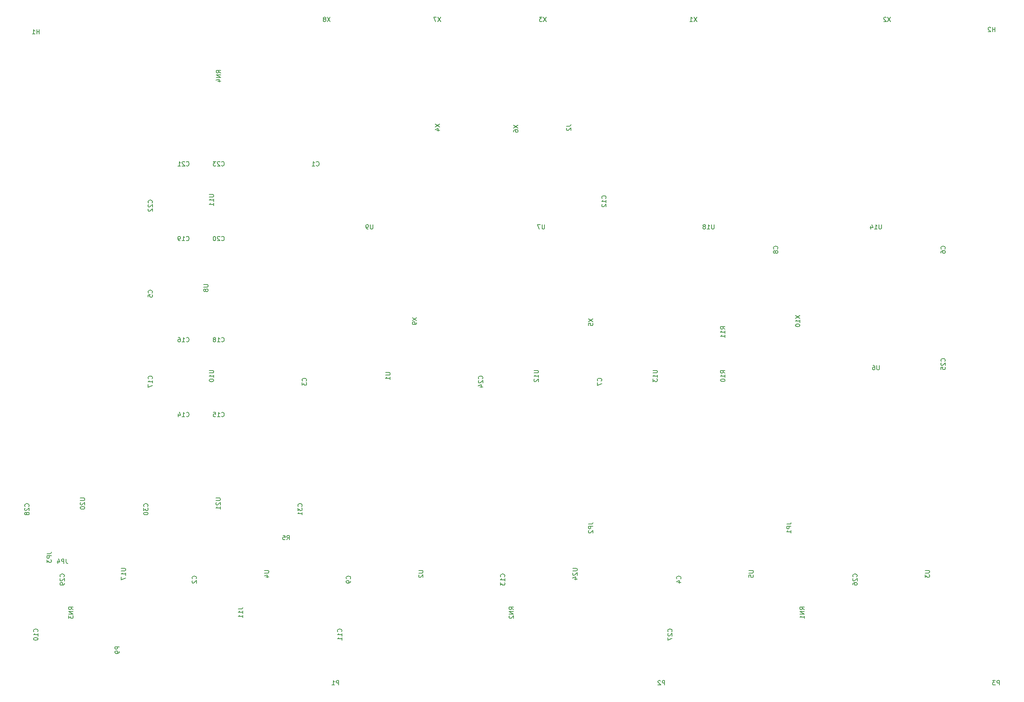
<source format=gbr>
%TF.GenerationSoftware,KiCad,Pcbnew,(6.0.11)*%
%TF.CreationDate,2023-11-10T18:54:06-05:00*%
%TF.ProjectId,input-output.Zilog,696e7075-742d-46f7-9574-7075742e5a69,rev?*%
%TF.SameCoordinates,Original*%
%TF.FileFunction,Legend,Bot*%
%TF.FilePolarity,Positive*%
%FSLAX46Y46*%
G04 Gerber Fmt 4.6, Leading zero omitted, Abs format (unit mm)*
G04 Created by KiCad (PCBNEW (6.0.11)) date 2023-11-10 18:54:06*
%MOMM*%
%LPD*%
G01*
G04 APERTURE LIST*
%ADD10C,0.150000*%
G04 APERTURE END LIST*
D10*
%TO.C,P1*%
X112738095Y-226452380D02*
X112738095Y-225452380D01*
X112357142Y-225452380D01*
X112261904Y-225500000D01*
X112214285Y-225547619D01*
X112166666Y-225642857D01*
X112166666Y-225785714D01*
X112214285Y-225880952D01*
X112261904Y-225928571D01*
X112357142Y-225976190D01*
X112738095Y-225976190D01*
X111214285Y-226452380D02*
X111785714Y-226452380D01*
X111500000Y-226452380D02*
X111500000Y-225452380D01*
X111595238Y-225595238D01*
X111690476Y-225690476D01*
X111785714Y-225738095D01*
%TO.C,H1*%
X44761904Y-78452380D02*
X44761904Y-77452380D01*
X44761904Y-77928571D02*
X44190476Y-77928571D01*
X44190476Y-78452380D02*
X44190476Y-77452380D01*
X43190476Y-78452380D02*
X43761904Y-78452380D01*
X43476190Y-78452380D02*
X43476190Y-77452380D01*
X43571428Y-77595238D01*
X43666666Y-77690476D01*
X43761904Y-77738095D01*
%TO.C,P3*%
X262738095Y-226452380D02*
X262738095Y-225452380D01*
X262357142Y-225452380D01*
X262261904Y-225500000D01*
X262214285Y-225547619D01*
X262166666Y-225642857D01*
X262166666Y-225785714D01*
X262214285Y-225880952D01*
X262261904Y-225928571D01*
X262357142Y-225976190D01*
X262738095Y-225976190D01*
X261833333Y-225452380D02*
X261214285Y-225452380D01*
X261547619Y-225833333D01*
X261404761Y-225833333D01*
X261309523Y-225880952D01*
X261261904Y-225928571D01*
X261214285Y-226023809D01*
X261214285Y-226261904D01*
X261261904Y-226357142D01*
X261309523Y-226404761D01*
X261404761Y-226452380D01*
X261690476Y-226452380D01*
X261785714Y-226404761D01*
X261833333Y-226357142D01*
%TO.C,P2*%
X186738095Y-226452380D02*
X186738095Y-225452380D01*
X186357142Y-225452380D01*
X186261904Y-225500000D01*
X186214285Y-225547619D01*
X186166666Y-225642857D01*
X186166666Y-225785714D01*
X186214285Y-225880952D01*
X186261904Y-225928571D01*
X186357142Y-225976190D01*
X186738095Y-225976190D01*
X185785714Y-225547619D02*
X185738095Y-225500000D01*
X185642857Y-225452380D01*
X185404761Y-225452380D01*
X185309523Y-225500000D01*
X185261904Y-225547619D01*
X185214285Y-225642857D01*
X185214285Y-225738095D01*
X185261904Y-225880952D01*
X185833333Y-226452380D01*
X185214285Y-226452380D01*
%TO.C,C1*%
X107666666Y-108357142D02*
X107714285Y-108404761D01*
X107857142Y-108452380D01*
X107952380Y-108452380D01*
X108095238Y-108404761D01*
X108190476Y-108309523D01*
X108238095Y-108214285D01*
X108285714Y-108023809D01*
X108285714Y-107880952D01*
X108238095Y-107690476D01*
X108190476Y-107595238D01*
X108095238Y-107500000D01*
X107952380Y-107452380D01*
X107857142Y-107452380D01*
X107714285Y-107500000D01*
X107666666Y-107547619D01*
X106714285Y-108452380D02*
X107285714Y-108452380D01*
X107000000Y-108452380D02*
X107000000Y-107452380D01*
X107095238Y-107595238D01*
X107190476Y-107690476D01*
X107285714Y-107738095D01*
%TO.C,H2*%
X261761904Y-77952380D02*
X261761904Y-76952380D01*
X261761904Y-77428571D02*
X261190476Y-77428571D01*
X261190476Y-77952380D02*
X261190476Y-76952380D01*
X260761904Y-77047619D02*
X260714285Y-77000000D01*
X260619047Y-76952380D01*
X260380952Y-76952380D01*
X260285714Y-77000000D01*
X260238095Y-77047619D01*
X260190476Y-77142857D01*
X260190476Y-77238095D01*
X260238095Y-77380952D01*
X260809523Y-77952380D01*
X260190476Y-77952380D01*
%TO.C,JP2*%
X169452380Y-189896666D02*
X170166666Y-189896666D01*
X170309523Y-189849047D01*
X170404761Y-189753809D01*
X170452380Y-189610952D01*
X170452380Y-189515714D01*
X170452380Y-190372857D02*
X169452380Y-190372857D01*
X169452380Y-190753809D01*
X169500000Y-190849047D01*
X169547619Y-190896666D01*
X169642857Y-190944285D01*
X169785714Y-190944285D01*
X169880952Y-190896666D01*
X169928571Y-190849047D01*
X169976190Y-190753809D01*
X169976190Y-190372857D01*
X169547619Y-191325238D02*
X169500000Y-191372857D01*
X169452380Y-191468095D01*
X169452380Y-191706190D01*
X169500000Y-191801428D01*
X169547619Y-191849047D01*
X169642857Y-191896666D01*
X169738095Y-191896666D01*
X169880952Y-191849047D01*
X170452380Y-191277619D01*
X170452380Y-191896666D01*
%TO.C,RN2*%
X152452380Y-209309523D02*
X151976190Y-208976190D01*
X152452380Y-208738095D02*
X151452380Y-208738095D01*
X151452380Y-209119047D01*
X151500000Y-209214285D01*
X151547619Y-209261904D01*
X151642857Y-209309523D01*
X151785714Y-209309523D01*
X151880952Y-209261904D01*
X151928571Y-209214285D01*
X151976190Y-209119047D01*
X151976190Y-208738095D01*
X152452380Y-209738095D02*
X151452380Y-209738095D01*
X152452380Y-210309523D01*
X151452380Y-210309523D01*
X151547619Y-210738095D02*
X151500000Y-210785714D01*
X151452380Y-210880952D01*
X151452380Y-211119047D01*
X151500000Y-211214285D01*
X151547619Y-211261904D01*
X151642857Y-211309523D01*
X151738095Y-211309523D01*
X151880952Y-211261904D01*
X152452380Y-210690476D01*
X152452380Y-211309523D01*
%TO.C,U24*%
X165882380Y-199951904D02*
X166691904Y-199951904D01*
X166787142Y-199999523D01*
X166834761Y-200047142D01*
X166882380Y-200142380D01*
X166882380Y-200332857D01*
X166834761Y-200428095D01*
X166787142Y-200475714D01*
X166691904Y-200523333D01*
X165882380Y-200523333D01*
X165977619Y-200951904D02*
X165930000Y-200999523D01*
X165882380Y-201094761D01*
X165882380Y-201332857D01*
X165930000Y-201428095D01*
X165977619Y-201475714D01*
X166072857Y-201523333D01*
X166168095Y-201523333D01*
X166310952Y-201475714D01*
X166882380Y-200904285D01*
X166882380Y-201523333D01*
X166215714Y-202380476D02*
X166882380Y-202380476D01*
X165834761Y-202142380D02*
X166549047Y-201904285D01*
X166549047Y-202523333D01*
%TO.C,C2*%
X80357142Y-202333333D02*
X80404761Y-202285714D01*
X80452380Y-202142857D01*
X80452380Y-202047619D01*
X80404761Y-201904761D01*
X80309523Y-201809523D01*
X80214285Y-201761904D01*
X80023809Y-201714285D01*
X79880952Y-201714285D01*
X79690476Y-201761904D01*
X79595238Y-201809523D01*
X79500000Y-201904761D01*
X79452380Y-202047619D01*
X79452380Y-202142857D01*
X79500000Y-202285714D01*
X79547619Y-202333333D01*
X79547619Y-202714285D02*
X79500000Y-202761904D01*
X79452380Y-202857142D01*
X79452380Y-203095238D01*
X79500000Y-203190476D01*
X79547619Y-203238095D01*
X79642857Y-203285714D01*
X79738095Y-203285714D01*
X79880952Y-203238095D01*
X80452380Y-202666666D01*
X80452380Y-203285714D01*
%TO.C,C3*%
X105357142Y-157333333D02*
X105404761Y-157285714D01*
X105452380Y-157142857D01*
X105452380Y-157047619D01*
X105404761Y-156904761D01*
X105309523Y-156809523D01*
X105214285Y-156761904D01*
X105023809Y-156714285D01*
X104880952Y-156714285D01*
X104690476Y-156761904D01*
X104595238Y-156809523D01*
X104500000Y-156904761D01*
X104452380Y-157047619D01*
X104452380Y-157142857D01*
X104500000Y-157285714D01*
X104547619Y-157333333D01*
X104452380Y-157666666D02*
X104452380Y-158285714D01*
X104833333Y-157952380D01*
X104833333Y-158095238D01*
X104880952Y-158190476D01*
X104928571Y-158238095D01*
X105023809Y-158285714D01*
X105261904Y-158285714D01*
X105357142Y-158238095D01*
X105404761Y-158190476D01*
X105452380Y-158095238D01*
X105452380Y-157809523D01*
X105404761Y-157714285D01*
X105357142Y-157666666D01*
%TO.C,C7*%
X172357142Y-157333333D02*
X172404761Y-157285714D01*
X172452380Y-157142857D01*
X172452380Y-157047619D01*
X172404761Y-156904761D01*
X172309523Y-156809523D01*
X172214285Y-156761904D01*
X172023809Y-156714285D01*
X171880952Y-156714285D01*
X171690476Y-156761904D01*
X171595238Y-156809523D01*
X171500000Y-156904761D01*
X171452380Y-157047619D01*
X171452380Y-157142857D01*
X171500000Y-157285714D01*
X171547619Y-157333333D01*
X171452380Y-157666666D02*
X171452380Y-158333333D01*
X172452380Y-157904761D01*
%TO.C,C8*%
X212357142Y-127333333D02*
X212404761Y-127285714D01*
X212452380Y-127142857D01*
X212452380Y-127047619D01*
X212404761Y-126904761D01*
X212309523Y-126809523D01*
X212214285Y-126761904D01*
X212023809Y-126714285D01*
X211880952Y-126714285D01*
X211690476Y-126761904D01*
X211595238Y-126809523D01*
X211500000Y-126904761D01*
X211452380Y-127047619D01*
X211452380Y-127142857D01*
X211500000Y-127285714D01*
X211547619Y-127333333D01*
X211880952Y-127904761D02*
X211833333Y-127809523D01*
X211785714Y-127761904D01*
X211690476Y-127714285D01*
X211642857Y-127714285D01*
X211547619Y-127761904D01*
X211500000Y-127809523D01*
X211452380Y-127904761D01*
X211452380Y-128095238D01*
X211500000Y-128190476D01*
X211547619Y-128238095D01*
X211642857Y-128285714D01*
X211690476Y-128285714D01*
X211785714Y-128238095D01*
X211833333Y-128190476D01*
X211880952Y-128095238D01*
X211880952Y-127904761D01*
X211928571Y-127809523D01*
X211976190Y-127761904D01*
X212071428Y-127714285D01*
X212261904Y-127714285D01*
X212357142Y-127761904D01*
X212404761Y-127809523D01*
X212452380Y-127904761D01*
X212452380Y-128095238D01*
X212404761Y-128190476D01*
X212357142Y-128238095D01*
X212261904Y-128285714D01*
X212071428Y-128285714D01*
X211976190Y-128238095D01*
X211928571Y-128190476D01*
X211880952Y-128095238D01*
%TO.C,C10*%
X44357142Y-214357142D02*
X44404761Y-214309523D01*
X44452380Y-214166666D01*
X44452380Y-214071428D01*
X44404761Y-213928571D01*
X44309523Y-213833333D01*
X44214285Y-213785714D01*
X44023809Y-213738095D01*
X43880952Y-213738095D01*
X43690476Y-213785714D01*
X43595238Y-213833333D01*
X43500000Y-213928571D01*
X43452380Y-214071428D01*
X43452380Y-214166666D01*
X43500000Y-214309523D01*
X43547619Y-214357142D01*
X44452380Y-215309523D02*
X44452380Y-214738095D01*
X44452380Y-215023809D02*
X43452380Y-215023809D01*
X43595238Y-214928571D01*
X43690476Y-214833333D01*
X43738095Y-214738095D01*
X43452380Y-215928571D02*
X43452380Y-216023809D01*
X43500000Y-216119047D01*
X43547619Y-216166666D01*
X43642857Y-216214285D01*
X43833333Y-216261904D01*
X44071428Y-216261904D01*
X44261904Y-216214285D01*
X44357142Y-216166666D01*
X44404761Y-216119047D01*
X44452380Y-216023809D01*
X44452380Y-215928571D01*
X44404761Y-215833333D01*
X44357142Y-215785714D01*
X44261904Y-215738095D01*
X44071428Y-215690476D01*
X43833333Y-215690476D01*
X43642857Y-215738095D01*
X43547619Y-215785714D01*
X43500000Y-215833333D01*
X43452380Y-215928571D01*
%TO.C,C11*%
X113357142Y-214357142D02*
X113404761Y-214309523D01*
X113452380Y-214166666D01*
X113452380Y-214071428D01*
X113404761Y-213928571D01*
X113309523Y-213833333D01*
X113214285Y-213785714D01*
X113023809Y-213738095D01*
X112880952Y-213738095D01*
X112690476Y-213785714D01*
X112595238Y-213833333D01*
X112500000Y-213928571D01*
X112452380Y-214071428D01*
X112452380Y-214166666D01*
X112500000Y-214309523D01*
X112547619Y-214357142D01*
X113452380Y-215309523D02*
X113452380Y-214738095D01*
X113452380Y-215023809D02*
X112452380Y-215023809D01*
X112595238Y-214928571D01*
X112690476Y-214833333D01*
X112738095Y-214738095D01*
X113452380Y-216261904D02*
X113452380Y-215690476D01*
X113452380Y-215976190D02*
X112452380Y-215976190D01*
X112595238Y-215880952D01*
X112690476Y-215785714D01*
X112738095Y-215690476D01*
%TO.C,C12*%
X173357142Y-115857142D02*
X173404761Y-115809523D01*
X173452380Y-115666666D01*
X173452380Y-115571428D01*
X173404761Y-115428571D01*
X173309523Y-115333333D01*
X173214285Y-115285714D01*
X173023809Y-115238095D01*
X172880952Y-115238095D01*
X172690476Y-115285714D01*
X172595238Y-115333333D01*
X172500000Y-115428571D01*
X172452380Y-115571428D01*
X172452380Y-115666666D01*
X172500000Y-115809523D01*
X172547619Y-115857142D01*
X173452380Y-116809523D02*
X173452380Y-116238095D01*
X173452380Y-116523809D02*
X172452380Y-116523809D01*
X172595238Y-116428571D01*
X172690476Y-116333333D01*
X172738095Y-116238095D01*
X172547619Y-117190476D02*
X172500000Y-117238095D01*
X172452380Y-117333333D01*
X172452380Y-117571428D01*
X172500000Y-117666666D01*
X172547619Y-117714285D01*
X172642857Y-117761904D01*
X172738095Y-117761904D01*
X172880952Y-117714285D01*
X173452380Y-117142857D01*
X173452380Y-117761904D01*
%TO.C,C13*%
X150357142Y-201857142D02*
X150404761Y-201809523D01*
X150452380Y-201666666D01*
X150452380Y-201571428D01*
X150404761Y-201428571D01*
X150309523Y-201333333D01*
X150214285Y-201285714D01*
X150023809Y-201238095D01*
X149880952Y-201238095D01*
X149690476Y-201285714D01*
X149595238Y-201333333D01*
X149500000Y-201428571D01*
X149452380Y-201571428D01*
X149452380Y-201666666D01*
X149500000Y-201809523D01*
X149547619Y-201857142D01*
X150452380Y-202809523D02*
X150452380Y-202238095D01*
X150452380Y-202523809D02*
X149452380Y-202523809D01*
X149595238Y-202428571D01*
X149690476Y-202333333D01*
X149738095Y-202238095D01*
X149452380Y-203142857D02*
X149452380Y-203761904D01*
X149833333Y-203428571D01*
X149833333Y-203571428D01*
X149880952Y-203666666D01*
X149928571Y-203714285D01*
X150023809Y-203761904D01*
X150261904Y-203761904D01*
X150357142Y-203714285D01*
X150404761Y-203666666D01*
X150452380Y-203571428D01*
X150452380Y-203285714D01*
X150404761Y-203190476D01*
X150357142Y-203142857D01*
%TO.C,C24*%
X145357142Y-156857142D02*
X145404761Y-156809523D01*
X145452380Y-156666666D01*
X145452380Y-156571428D01*
X145404761Y-156428571D01*
X145309523Y-156333333D01*
X145214285Y-156285714D01*
X145023809Y-156238095D01*
X144880952Y-156238095D01*
X144690476Y-156285714D01*
X144595238Y-156333333D01*
X144500000Y-156428571D01*
X144452380Y-156571428D01*
X144452380Y-156666666D01*
X144500000Y-156809523D01*
X144547619Y-156857142D01*
X144547619Y-157238095D02*
X144500000Y-157285714D01*
X144452380Y-157380952D01*
X144452380Y-157619047D01*
X144500000Y-157714285D01*
X144547619Y-157761904D01*
X144642857Y-157809523D01*
X144738095Y-157809523D01*
X144880952Y-157761904D01*
X145452380Y-157190476D01*
X145452380Y-157809523D01*
X144785714Y-158666666D02*
X145452380Y-158666666D01*
X144404761Y-158428571D02*
X145119047Y-158190476D01*
X145119047Y-158809523D01*
%TO.C,J2*%
X164452380Y-99396666D02*
X165166666Y-99396666D01*
X165309523Y-99349047D01*
X165404761Y-99253809D01*
X165452380Y-99110952D01*
X165452380Y-99015714D01*
X164547619Y-99825238D02*
X164500000Y-99872857D01*
X164452380Y-99968095D01*
X164452380Y-100206190D01*
X164500000Y-100301428D01*
X164547619Y-100349047D01*
X164642857Y-100396666D01*
X164738095Y-100396666D01*
X164880952Y-100349047D01*
X165452380Y-99777619D01*
X165452380Y-100396666D01*
%TO.C,X8*%
X110809523Y-74622380D02*
X110142857Y-75622380D01*
X110142857Y-74622380D02*
X110809523Y-75622380D01*
X109619047Y-75050952D02*
X109714285Y-75003333D01*
X109761904Y-74955714D01*
X109809523Y-74860476D01*
X109809523Y-74812857D01*
X109761904Y-74717619D01*
X109714285Y-74670000D01*
X109619047Y-74622380D01*
X109428571Y-74622380D01*
X109333333Y-74670000D01*
X109285714Y-74717619D01*
X109238095Y-74812857D01*
X109238095Y-74860476D01*
X109285714Y-74955714D01*
X109333333Y-75003333D01*
X109428571Y-75050952D01*
X109619047Y-75050952D01*
X109714285Y-75098571D01*
X109761904Y-75146190D01*
X109809523Y-75241428D01*
X109809523Y-75431904D01*
X109761904Y-75527142D01*
X109714285Y-75574761D01*
X109619047Y-75622380D01*
X109428571Y-75622380D01*
X109333333Y-75574761D01*
X109285714Y-75527142D01*
X109238095Y-75431904D01*
X109238095Y-75241428D01*
X109285714Y-75146190D01*
X109333333Y-75098571D01*
X109428571Y-75050952D01*
%TO.C,X5*%
X169452380Y-143190476D02*
X170452380Y-143857142D01*
X169452380Y-143857142D02*
X170452380Y-143190476D01*
X169452380Y-144714285D02*
X169452380Y-144238095D01*
X169928571Y-144190476D01*
X169880952Y-144238095D01*
X169833333Y-144333333D01*
X169833333Y-144571428D01*
X169880952Y-144666666D01*
X169928571Y-144714285D01*
X170023809Y-144761904D01*
X170261904Y-144761904D01*
X170357142Y-144714285D01*
X170404761Y-144666666D01*
X170452380Y-144571428D01*
X170452380Y-144333333D01*
X170404761Y-144238095D01*
X170357142Y-144190476D01*
%TO.C,R10*%
X200452380Y-155547142D02*
X199976190Y-155213809D01*
X200452380Y-154975714D02*
X199452380Y-154975714D01*
X199452380Y-155356666D01*
X199500000Y-155451904D01*
X199547619Y-155499523D01*
X199642857Y-155547142D01*
X199785714Y-155547142D01*
X199880952Y-155499523D01*
X199928571Y-155451904D01*
X199976190Y-155356666D01*
X199976190Y-154975714D01*
X200452380Y-156499523D02*
X200452380Y-155928095D01*
X200452380Y-156213809D02*
X199452380Y-156213809D01*
X199595238Y-156118571D01*
X199690476Y-156023333D01*
X199738095Y-155928095D01*
X199452380Y-157118571D02*
X199452380Y-157213809D01*
X199500000Y-157309047D01*
X199547619Y-157356666D01*
X199642857Y-157404285D01*
X199833333Y-157451904D01*
X200071428Y-157451904D01*
X200261904Y-157404285D01*
X200357142Y-157356666D01*
X200404761Y-157309047D01*
X200452380Y-157213809D01*
X200452380Y-157118571D01*
X200404761Y-157023333D01*
X200357142Y-156975714D01*
X200261904Y-156928095D01*
X200071428Y-156880476D01*
X199833333Y-156880476D01*
X199642857Y-156928095D01*
X199547619Y-156975714D01*
X199500000Y-157023333D01*
X199452380Y-157118571D01*
%TO.C,R11*%
X200452380Y-145547142D02*
X199976190Y-145213809D01*
X200452380Y-144975714D02*
X199452380Y-144975714D01*
X199452380Y-145356666D01*
X199500000Y-145451904D01*
X199547619Y-145499523D01*
X199642857Y-145547142D01*
X199785714Y-145547142D01*
X199880952Y-145499523D01*
X199928571Y-145451904D01*
X199976190Y-145356666D01*
X199976190Y-144975714D01*
X200452380Y-146499523D02*
X200452380Y-145928095D01*
X200452380Y-146213809D02*
X199452380Y-146213809D01*
X199595238Y-146118571D01*
X199690476Y-146023333D01*
X199738095Y-145928095D01*
X200452380Y-147451904D02*
X200452380Y-146880476D01*
X200452380Y-147166190D02*
X199452380Y-147166190D01*
X199595238Y-147070952D01*
X199690476Y-146975714D01*
X199738095Y-146880476D01*
%TO.C,U2*%
X130882380Y-200428095D02*
X131691904Y-200428095D01*
X131787142Y-200475714D01*
X131834761Y-200523333D01*
X131882380Y-200618571D01*
X131882380Y-200809047D01*
X131834761Y-200904285D01*
X131787142Y-200951904D01*
X131691904Y-200999523D01*
X130882380Y-200999523D01*
X130977619Y-201428095D02*
X130930000Y-201475714D01*
X130882380Y-201570952D01*
X130882380Y-201809047D01*
X130930000Y-201904285D01*
X130977619Y-201951904D01*
X131072857Y-201999523D01*
X131168095Y-201999523D01*
X131310952Y-201951904D01*
X131882380Y-201380476D01*
X131882380Y-201999523D01*
%TO.C,U3*%
X245882380Y-200428095D02*
X246691904Y-200428095D01*
X246787142Y-200475714D01*
X246834761Y-200523333D01*
X246882380Y-200618571D01*
X246882380Y-200809047D01*
X246834761Y-200904285D01*
X246787142Y-200951904D01*
X246691904Y-200999523D01*
X245882380Y-200999523D01*
X245882380Y-201380476D02*
X245882380Y-201999523D01*
X246263333Y-201666190D01*
X246263333Y-201809047D01*
X246310952Y-201904285D01*
X246358571Y-201951904D01*
X246453809Y-201999523D01*
X246691904Y-201999523D01*
X246787142Y-201951904D01*
X246834761Y-201904285D01*
X246882380Y-201809047D01*
X246882380Y-201523333D01*
X246834761Y-201428095D01*
X246787142Y-201380476D01*
%TO.C,U8*%
X82072380Y-135428095D02*
X82881904Y-135428095D01*
X82977142Y-135475714D01*
X83024761Y-135523333D01*
X83072380Y-135618571D01*
X83072380Y-135809047D01*
X83024761Y-135904285D01*
X82977142Y-135951904D01*
X82881904Y-135999523D01*
X82072380Y-135999523D01*
X82500952Y-136618571D02*
X82453333Y-136523333D01*
X82405714Y-136475714D01*
X82310476Y-136428095D01*
X82262857Y-136428095D01*
X82167619Y-136475714D01*
X82120000Y-136523333D01*
X82072380Y-136618571D01*
X82072380Y-136809047D01*
X82120000Y-136904285D01*
X82167619Y-136951904D01*
X82262857Y-136999523D01*
X82310476Y-136999523D01*
X82405714Y-136951904D01*
X82453333Y-136904285D01*
X82500952Y-136809047D01*
X82500952Y-136618571D01*
X82548571Y-136523333D01*
X82596190Y-136475714D01*
X82691428Y-136428095D01*
X82881904Y-136428095D01*
X82977142Y-136475714D01*
X83024761Y-136523333D01*
X83072380Y-136618571D01*
X83072380Y-136809047D01*
X83024761Y-136904285D01*
X82977142Y-136951904D01*
X82881904Y-136999523D01*
X82691428Y-136999523D01*
X82596190Y-136951904D01*
X82548571Y-136904285D01*
X82500952Y-136809047D01*
%TO.C,U14*%
X235968095Y-121802380D02*
X235968095Y-122611904D01*
X235920476Y-122707142D01*
X235872857Y-122754761D01*
X235777619Y-122802380D01*
X235587142Y-122802380D01*
X235491904Y-122754761D01*
X235444285Y-122707142D01*
X235396666Y-122611904D01*
X235396666Y-121802380D01*
X234396666Y-122802380D02*
X234968095Y-122802380D01*
X234682380Y-122802380D02*
X234682380Y-121802380D01*
X234777619Y-121945238D01*
X234872857Y-122040476D01*
X234968095Y-122088095D01*
X233539523Y-122135714D02*
X233539523Y-122802380D01*
X233777619Y-121754761D02*
X234015714Y-122469047D01*
X233396666Y-122469047D01*
%TO.C,U18*%
X197968095Y-121802380D02*
X197968095Y-122611904D01*
X197920476Y-122707142D01*
X197872857Y-122754761D01*
X197777619Y-122802380D01*
X197587142Y-122802380D01*
X197491904Y-122754761D01*
X197444285Y-122707142D01*
X197396666Y-122611904D01*
X197396666Y-121802380D01*
X196396666Y-122802380D02*
X196968095Y-122802380D01*
X196682380Y-122802380D02*
X196682380Y-121802380D01*
X196777619Y-121945238D01*
X196872857Y-122040476D01*
X196968095Y-122088095D01*
X195825238Y-122230952D02*
X195920476Y-122183333D01*
X195968095Y-122135714D01*
X196015714Y-122040476D01*
X196015714Y-121992857D01*
X195968095Y-121897619D01*
X195920476Y-121850000D01*
X195825238Y-121802380D01*
X195634761Y-121802380D01*
X195539523Y-121850000D01*
X195491904Y-121897619D01*
X195444285Y-121992857D01*
X195444285Y-122040476D01*
X195491904Y-122135714D01*
X195539523Y-122183333D01*
X195634761Y-122230952D01*
X195825238Y-122230952D01*
X195920476Y-122278571D01*
X195968095Y-122326190D01*
X196015714Y-122421428D01*
X196015714Y-122611904D01*
X195968095Y-122707142D01*
X195920476Y-122754761D01*
X195825238Y-122802380D01*
X195634761Y-122802380D01*
X195539523Y-122754761D01*
X195491904Y-122707142D01*
X195444285Y-122611904D01*
X195444285Y-122421428D01*
X195491904Y-122326190D01*
X195539523Y-122278571D01*
X195634761Y-122230952D01*
%TO.C,X1*%
X194049523Y-74622380D02*
X193382857Y-75622380D01*
X193382857Y-74622380D02*
X194049523Y-75622380D01*
X192478095Y-75622380D02*
X193049523Y-75622380D01*
X192763809Y-75622380D02*
X192763809Y-74622380D01*
X192859047Y-74765238D01*
X192954285Y-74860476D01*
X193049523Y-74908095D01*
%TO.C,X2*%
X238049523Y-74622380D02*
X237382857Y-75622380D01*
X237382857Y-74622380D02*
X238049523Y-75622380D01*
X237049523Y-74717619D02*
X237001904Y-74670000D01*
X236906666Y-74622380D01*
X236668571Y-74622380D01*
X236573333Y-74670000D01*
X236525714Y-74717619D01*
X236478095Y-74812857D01*
X236478095Y-74908095D01*
X236525714Y-75050952D01*
X237097142Y-75622380D01*
X236478095Y-75622380D01*
%TO.C,X3*%
X159889523Y-74622380D02*
X159222857Y-75622380D01*
X159222857Y-74622380D02*
X159889523Y-75622380D01*
X158937142Y-74622380D02*
X158318095Y-74622380D01*
X158651428Y-75003333D01*
X158508571Y-75003333D01*
X158413333Y-75050952D01*
X158365714Y-75098571D01*
X158318095Y-75193809D01*
X158318095Y-75431904D01*
X158365714Y-75527142D01*
X158413333Y-75574761D01*
X158508571Y-75622380D01*
X158794285Y-75622380D01*
X158889523Y-75574761D01*
X158937142Y-75527142D01*
%TO.C,X4*%
X134672380Y-98920476D02*
X135672380Y-99587142D01*
X134672380Y-99587142D02*
X135672380Y-98920476D01*
X135005714Y-100396666D02*
X135672380Y-100396666D01*
X134624761Y-100158571D02*
X135339047Y-99920476D01*
X135339047Y-100539523D01*
%TO.C,X6*%
X152452380Y-99190476D02*
X153452380Y-99857142D01*
X152452380Y-99857142D02*
X153452380Y-99190476D01*
X152452380Y-100666666D02*
X152452380Y-100476190D01*
X152500000Y-100380952D01*
X152547619Y-100333333D01*
X152690476Y-100238095D01*
X152880952Y-100190476D01*
X153261904Y-100190476D01*
X153357142Y-100238095D01*
X153404761Y-100285714D01*
X153452380Y-100380952D01*
X153452380Y-100571428D01*
X153404761Y-100666666D01*
X153357142Y-100714285D01*
X153261904Y-100761904D01*
X153023809Y-100761904D01*
X152928571Y-100714285D01*
X152880952Y-100666666D01*
X152833333Y-100571428D01*
X152833333Y-100380952D01*
X152880952Y-100285714D01*
X152928571Y-100238095D01*
X153023809Y-100190476D01*
%TO.C,X7*%
X135889523Y-74622380D02*
X135222857Y-75622380D01*
X135222857Y-74622380D02*
X135889523Y-75622380D01*
X134937142Y-74622380D02*
X134270476Y-74622380D01*
X134699047Y-75622380D01*
%TO.C,U7*%
X159491904Y-121802380D02*
X159491904Y-122611904D01*
X159444285Y-122707142D01*
X159396666Y-122754761D01*
X159301428Y-122802380D01*
X159110952Y-122802380D01*
X159015714Y-122754761D01*
X158968095Y-122707142D01*
X158920476Y-122611904D01*
X158920476Y-121802380D01*
X158539523Y-121802380D02*
X157872857Y-121802380D01*
X158301428Y-122802380D01*
%TO.C,U4*%
X95882380Y-200428095D02*
X96691904Y-200428095D01*
X96787142Y-200475714D01*
X96834761Y-200523333D01*
X96882380Y-200618571D01*
X96882380Y-200809047D01*
X96834761Y-200904285D01*
X96787142Y-200951904D01*
X96691904Y-200999523D01*
X95882380Y-200999523D01*
X96215714Y-201904285D02*
X96882380Y-201904285D01*
X95834761Y-201666190D02*
X96549047Y-201428095D01*
X96549047Y-202047142D01*
%TO.C,C9*%
X115357142Y-202333333D02*
X115404761Y-202285714D01*
X115452380Y-202142857D01*
X115452380Y-202047619D01*
X115404761Y-201904761D01*
X115309523Y-201809523D01*
X115214285Y-201761904D01*
X115023809Y-201714285D01*
X114880952Y-201714285D01*
X114690476Y-201761904D01*
X114595238Y-201809523D01*
X114500000Y-201904761D01*
X114452380Y-202047619D01*
X114452380Y-202142857D01*
X114500000Y-202285714D01*
X114547619Y-202333333D01*
X115452380Y-202809523D02*
X115452380Y-203000000D01*
X115404761Y-203095238D01*
X115357142Y-203142857D01*
X115214285Y-203238095D01*
X115023809Y-203285714D01*
X114642857Y-203285714D01*
X114547619Y-203238095D01*
X114500000Y-203190476D01*
X114452380Y-203095238D01*
X114452380Y-202904761D01*
X114500000Y-202809523D01*
X114547619Y-202761904D01*
X114642857Y-202714285D01*
X114880952Y-202714285D01*
X114976190Y-202761904D01*
X115023809Y-202809523D01*
X115071428Y-202904761D01*
X115071428Y-203095238D01*
X115023809Y-203190476D01*
X114976190Y-203238095D01*
X114880952Y-203285714D01*
%TO.C,C18*%
X86142857Y-148357142D02*
X86190476Y-148404761D01*
X86333333Y-148452380D01*
X86428571Y-148452380D01*
X86571428Y-148404761D01*
X86666666Y-148309523D01*
X86714285Y-148214285D01*
X86761904Y-148023809D01*
X86761904Y-147880952D01*
X86714285Y-147690476D01*
X86666666Y-147595238D01*
X86571428Y-147500000D01*
X86428571Y-147452380D01*
X86333333Y-147452380D01*
X86190476Y-147500000D01*
X86142857Y-147547619D01*
X85190476Y-148452380D02*
X85761904Y-148452380D01*
X85476190Y-148452380D02*
X85476190Y-147452380D01*
X85571428Y-147595238D01*
X85666666Y-147690476D01*
X85761904Y-147738095D01*
X84619047Y-147880952D02*
X84714285Y-147833333D01*
X84761904Y-147785714D01*
X84809523Y-147690476D01*
X84809523Y-147642857D01*
X84761904Y-147547619D01*
X84714285Y-147500000D01*
X84619047Y-147452380D01*
X84428571Y-147452380D01*
X84333333Y-147500000D01*
X84285714Y-147547619D01*
X84238095Y-147642857D01*
X84238095Y-147690476D01*
X84285714Y-147785714D01*
X84333333Y-147833333D01*
X84428571Y-147880952D01*
X84619047Y-147880952D01*
X84714285Y-147928571D01*
X84761904Y-147976190D01*
X84809523Y-148071428D01*
X84809523Y-148261904D01*
X84761904Y-148357142D01*
X84714285Y-148404761D01*
X84619047Y-148452380D01*
X84428571Y-148452380D01*
X84333333Y-148404761D01*
X84285714Y-148357142D01*
X84238095Y-148261904D01*
X84238095Y-148071428D01*
X84285714Y-147976190D01*
X84333333Y-147928571D01*
X84428571Y-147880952D01*
%TO.C,C16*%
X78142857Y-148357142D02*
X78190476Y-148404761D01*
X78333333Y-148452380D01*
X78428571Y-148452380D01*
X78571428Y-148404761D01*
X78666666Y-148309523D01*
X78714285Y-148214285D01*
X78761904Y-148023809D01*
X78761904Y-147880952D01*
X78714285Y-147690476D01*
X78666666Y-147595238D01*
X78571428Y-147500000D01*
X78428571Y-147452380D01*
X78333333Y-147452380D01*
X78190476Y-147500000D01*
X78142857Y-147547619D01*
X77190476Y-148452380D02*
X77761904Y-148452380D01*
X77476190Y-148452380D02*
X77476190Y-147452380D01*
X77571428Y-147595238D01*
X77666666Y-147690476D01*
X77761904Y-147738095D01*
X76333333Y-147452380D02*
X76523809Y-147452380D01*
X76619047Y-147500000D01*
X76666666Y-147547619D01*
X76761904Y-147690476D01*
X76809523Y-147880952D01*
X76809523Y-148261904D01*
X76761904Y-148357142D01*
X76714285Y-148404761D01*
X76619047Y-148452380D01*
X76428571Y-148452380D01*
X76333333Y-148404761D01*
X76285714Y-148357142D01*
X76238095Y-148261904D01*
X76238095Y-148023809D01*
X76285714Y-147928571D01*
X76333333Y-147880952D01*
X76428571Y-147833333D01*
X76619047Y-147833333D01*
X76714285Y-147880952D01*
X76761904Y-147928571D01*
X76809523Y-148023809D01*
%TO.C,C14*%
X78142857Y-165357142D02*
X78190476Y-165404761D01*
X78333333Y-165452380D01*
X78428571Y-165452380D01*
X78571428Y-165404761D01*
X78666666Y-165309523D01*
X78714285Y-165214285D01*
X78761904Y-165023809D01*
X78761904Y-164880952D01*
X78714285Y-164690476D01*
X78666666Y-164595238D01*
X78571428Y-164500000D01*
X78428571Y-164452380D01*
X78333333Y-164452380D01*
X78190476Y-164500000D01*
X78142857Y-164547619D01*
X77190476Y-165452380D02*
X77761904Y-165452380D01*
X77476190Y-165452380D02*
X77476190Y-164452380D01*
X77571428Y-164595238D01*
X77666666Y-164690476D01*
X77761904Y-164738095D01*
X76333333Y-164785714D02*
X76333333Y-165452380D01*
X76571428Y-164404761D02*
X76809523Y-165119047D01*
X76190476Y-165119047D01*
%TO.C,C17*%
X70357142Y-156857142D02*
X70404761Y-156809523D01*
X70452380Y-156666666D01*
X70452380Y-156571428D01*
X70404761Y-156428571D01*
X70309523Y-156333333D01*
X70214285Y-156285714D01*
X70023809Y-156238095D01*
X69880952Y-156238095D01*
X69690476Y-156285714D01*
X69595238Y-156333333D01*
X69500000Y-156428571D01*
X69452380Y-156571428D01*
X69452380Y-156666666D01*
X69500000Y-156809523D01*
X69547619Y-156857142D01*
X70452380Y-157809523D02*
X70452380Y-157238095D01*
X70452380Y-157523809D02*
X69452380Y-157523809D01*
X69595238Y-157428571D01*
X69690476Y-157333333D01*
X69738095Y-157238095D01*
X69452380Y-158142857D02*
X69452380Y-158809523D01*
X70452380Y-158380952D01*
%TO.C,C19*%
X78142857Y-125357142D02*
X78190476Y-125404761D01*
X78333333Y-125452380D01*
X78428571Y-125452380D01*
X78571428Y-125404761D01*
X78666666Y-125309523D01*
X78714285Y-125214285D01*
X78761904Y-125023809D01*
X78761904Y-124880952D01*
X78714285Y-124690476D01*
X78666666Y-124595238D01*
X78571428Y-124500000D01*
X78428571Y-124452380D01*
X78333333Y-124452380D01*
X78190476Y-124500000D01*
X78142857Y-124547619D01*
X77190476Y-125452380D02*
X77761904Y-125452380D01*
X77476190Y-125452380D02*
X77476190Y-124452380D01*
X77571428Y-124595238D01*
X77666666Y-124690476D01*
X77761904Y-124738095D01*
X76714285Y-125452380D02*
X76523809Y-125452380D01*
X76428571Y-125404761D01*
X76380952Y-125357142D01*
X76285714Y-125214285D01*
X76238095Y-125023809D01*
X76238095Y-124642857D01*
X76285714Y-124547619D01*
X76333333Y-124500000D01*
X76428571Y-124452380D01*
X76619047Y-124452380D01*
X76714285Y-124500000D01*
X76761904Y-124547619D01*
X76809523Y-124642857D01*
X76809523Y-124880952D01*
X76761904Y-124976190D01*
X76714285Y-125023809D01*
X76619047Y-125071428D01*
X76428571Y-125071428D01*
X76333333Y-125023809D01*
X76285714Y-124976190D01*
X76238095Y-124880952D01*
%TO.C,C20*%
X86142857Y-125357142D02*
X86190476Y-125404761D01*
X86333333Y-125452380D01*
X86428571Y-125452380D01*
X86571428Y-125404761D01*
X86666666Y-125309523D01*
X86714285Y-125214285D01*
X86761904Y-125023809D01*
X86761904Y-124880952D01*
X86714285Y-124690476D01*
X86666666Y-124595238D01*
X86571428Y-124500000D01*
X86428571Y-124452380D01*
X86333333Y-124452380D01*
X86190476Y-124500000D01*
X86142857Y-124547619D01*
X85761904Y-124547619D02*
X85714285Y-124500000D01*
X85619047Y-124452380D01*
X85380952Y-124452380D01*
X85285714Y-124500000D01*
X85238095Y-124547619D01*
X85190476Y-124642857D01*
X85190476Y-124738095D01*
X85238095Y-124880952D01*
X85809523Y-125452380D01*
X85190476Y-125452380D01*
X84571428Y-124452380D02*
X84476190Y-124452380D01*
X84380952Y-124500000D01*
X84333333Y-124547619D01*
X84285714Y-124642857D01*
X84238095Y-124833333D01*
X84238095Y-125071428D01*
X84285714Y-125261904D01*
X84333333Y-125357142D01*
X84380952Y-125404761D01*
X84476190Y-125452380D01*
X84571428Y-125452380D01*
X84666666Y-125404761D01*
X84714285Y-125357142D01*
X84761904Y-125261904D01*
X84809523Y-125071428D01*
X84809523Y-124833333D01*
X84761904Y-124642857D01*
X84714285Y-124547619D01*
X84666666Y-124500000D01*
X84571428Y-124452380D01*
%TO.C,C21*%
X78142857Y-108357142D02*
X78190476Y-108404761D01*
X78333333Y-108452380D01*
X78428571Y-108452380D01*
X78571428Y-108404761D01*
X78666666Y-108309523D01*
X78714285Y-108214285D01*
X78761904Y-108023809D01*
X78761904Y-107880952D01*
X78714285Y-107690476D01*
X78666666Y-107595238D01*
X78571428Y-107500000D01*
X78428571Y-107452380D01*
X78333333Y-107452380D01*
X78190476Y-107500000D01*
X78142857Y-107547619D01*
X77761904Y-107547619D02*
X77714285Y-107500000D01*
X77619047Y-107452380D01*
X77380952Y-107452380D01*
X77285714Y-107500000D01*
X77238095Y-107547619D01*
X77190476Y-107642857D01*
X77190476Y-107738095D01*
X77238095Y-107880952D01*
X77809523Y-108452380D01*
X77190476Y-108452380D01*
X76238095Y-108452380D02*
X76809523Y-108452380D01*
X76523809Y-108452380D02*
X76523809Y-107452380D01*
X76619047Y-107595238D01*
X76714285Y-107690476D01*
X76809523Y-107738095D01*
%TO.C,C22*%
X70357142Y-116857142D02*
X70404761Y-116809523D01*
X70452380Y-116666666D01*
X70452380Y-116571428D01*
X70404761Y-116428571D01*
X70309523Y-116333333D01*
X70214285Y-116285714D01*
X70023809Y-116238095D01*
X69880952Y-116238095D01*
X69690476Y-116285714D01*
X69595238Y-116333333D01*
X69500000Y-116428571D01*
X69452380Y-116571428D01*
X69452380Y-116666666D01*
X69500000Y-116809523D01*
X69547619Y-116857142D01*
X69547619Y-117238095D02*
X69500000Y-117285714D01*
X69452380Y-117380952D01*
X69452380Y-117619047D01*
X69500000Y-117714285D01*
X69547619Y-117761904D01*
X69642857Y-117809523D01*
X69738095Y-117809523D01*
X69880952Y-117761904D01*
X70452380Y-117190476D01*
X70452380Y-117809523D01*
X69547619Y-118190476D02*
X69500000Y-118238095D01*
X69452380Y-118333333D01*
X69452380Y-118571428D01*
X69500000Y-118666666D01*
X69547619Y-118714285D01*
X69642857Y-118761904D01*
X69738095Y-118761904D01*
X69880952Y-118714285D01*
X70452380Y-118142857D01*
X70452380Y-118761904D01*
%TO.C,C23*%
X86142857Y-108357142D02*
X86190476Y-108404761D01*
X86333333Y-108452380D01*
X86428571Y-108452380D01*
X86571428Y-108404761D01*
X86666666Y-108309523D01*
X86714285Y-108214285D01*
X86761904Y-108023809D01*
X86761904Y-107880952D01*
X86714285Y-107690476D01*
X86666666Y-107595238D01*
X86571428Y-107500000D01*
X86428571Y-107452380D01*
X86333333Y-107452380D01*
X86190476Y-107500000D01*
X86142857Y-107547619D01*
X85761904Y-107547619D02*
X85714285Y-107500000D01*
X85619047Y-107452380D01*
X85380952Y-107452380D01*
X85285714Y-107500000D01*
X85238095Y-107547619D01*
X85190476Y-107642857D01*
X85190476Y-107738095D01*
X85238095Y-107880952D01*
X85809523Y-108452380D01*
X85190476Y-108452380D01*
X84857142Y-107452380D02*
X84238095Y-107452380D01*
X84571428Y-107833333D01*
X84428571Y-107833333D01*
X84333333Y-107880952D01*
X84285714Y-107928571D01*
X84238095Y-108023809D01*
X84238095Y-108261904D01*
X84285714Y-108357142D01*
X84333333Y-108404761D01*
X84428571Y-108452380D01*
X84714285Y-108452380D01*
X84809523Y-108404761D01*
X84857142Y-108357142D01*
%TO.C,C15*%
X86142857Y-165357142D02*
X86190476Y-165404761D01*
X86333333Y-165452380D01*
X86428571Y-165452380D01*
X86571428Y-165404761D01*
X86666666Y-165309523D01*
X86714285Y-165214285D01*
X86761904Y-165023809D01*
X86761904Y-164880952D01*
X86714285Y-164690476D01*
X86666666Y-164595238D01*
X86571428Y-164500000D01*
X86428571Y-164452380D01*
X86333333Y-164452380D01*
X86190476Y-164500000D01*
X86142857Y-164547619D01*
X85190476Y-165452380D02*
X85761904Y-165452380D01*
X85476190Y-165452380D02*
X85476190Y-164452380D01*
X85571428Y-164595238D01*
X85666666Y-164690476D01*
X85761904Y-164738095D01*
X84285714Y-164452380D02*
X84761904Y-164452380D01*
X84809523Y-164928571D01*
X84761904Y-164880952D01*
X84666666Y-164833333D01*
X84428571Y-164833333D01*
X84333333Y-164880952D01*
X84285714Y-164928571D01*
X84238095Y-165023809D01*
X84238095Y-165261904D01*
X84285714Y-165357142D01*
X84333333Y-165404761D01*
X84428571Y-165452380D01*
X84666666Y-165452380D01*
X84761904Y-165404761D01*
X84809523Y-165357142D01*
%TO.C,U11*%
X83342380Y-114951904D02*
X84151904Y-114951904D01*
X84247142Y-114999523D01*
X84294761Y-115047142D01*
X84342380Y-115142380D01*
X84342380Y-115332857D01*
X84294761Y-115428095D01*
X84247142Y-115475714D01*
X84151904Y-115523333D01*
X83342380Y-115523333D01*
X84342380Y-116523333D02*
X84342380Y-115951904D01*
X84342380Y-116237619D02*
X83342380Y-116237619D01*
X83485238Y-116142380D01*
X83580476Y-116047142D01*
X83628095Y-115951904D01*
X84342380Y-117475714D02*
X84342380Y-116904285D01*
X84342380Y-117190000D02*
X83342380Y-117190000D01*
X83485238Y-117094761D01*
X83580476Y-116999523D01*
X83628095Y-116904285D01*
%TO.C,U10*%
X83342380Y-154951904D02*
X84151904Y-154951904D01*
X84247142Y-154999523D01*
X84294761Y-155047142D01*
X84342380Y-155142380D01*
X84342380Y-155332857D01*
X84294761Y-155428095D01*
X84247142Y-155475714D01*
X84151904Y-155523333D01*
X83342380Y-155523333D01*
X84342380Y-156523333D02*
X84342380Y-155951904D01*
X84342380Y-156237619D02*
X83342380Y-156237619D01*
X83485238Y-156142380D01*
X83580476Y-156047142D01*
X83628095Y-155951904D01*
X83342380Y-157142380D02*
X83342380Y-157237619D01*
X83390000Y-157332857D01*
X83437619Y-157380476D01*
X83532857Y-157428095D01*
X83723333Y-157475714D01*
X83961428Y-157475714D01*
X84151904Y-157428095D01*
X84247142Y-157380476D01*
X84294761Y-157332857D01*
X84342380Y-157237619D01*
X84342380Y-157142380D01*
X84294761Y-157047142D01*
X84247142Y-156999523D01*
X84151904Y-156951904D01*
X83961428Y-156904285D01*
X83723333Y-156904285D01*
X83532857Y-156951904D01*
X83437619Y-156999523D01*
X83390000Y-157047142D01*
X83342380Y-157142380D01*
%TO.C,C27*%
X188357142Y-214357142D02*
X188404761Y-214309523D01*
X188452380Y-214166666D01*
X188452380Y-214071428D01*
X188404761Y-213928571D01*
X188309523Y-213833333D01*
X188214285Y-213785714D01*
X188023809Y-213738095D01*
X187880952Y-213738095D01*
X187690476Y-213785714D01*
X187595238Y-213833333D01*
X187500000Y-213928571D01*
X187452380Y-214071428D01*
X187452380Y-214166666D01*
X187500000Y-214309523D01*
X187547619Y-214357142D01*
X187547619Y-214738095D02*
X187500000Y-214785714D01*
X187452380Y-214880952D01*
X187452380Y-215119047D01*
X187500000Y-215214285D01*
X187547619Y-215261904D01*
X187642857Y-215309523D01*
X187738095Y-215309523D01*
X187880952Y-215261904D01*
X188452380Y-214690476D01*
X188452380Y-215309523D01*
X187452380Y-215642857D02*
X187452380Y-216309523D01*
X188452380Y-215880952D01*
%TO.C,U9*%
X120491904Y-121802380D02*
X120491904Y-122611904D01*
X120444285Y-122707142D01*
X120396666Y-122754761D01*
X120301428Y-122802380D01*
X120110952Y-122802380D01*
X120015714Y-122754761D01*
X119968095Y-122707142D01*
X119920476Y-122611904D01*
X119920476Y-121802380D01*
X119396666Y-122802380D02*
X119206190Y-122802380D01*
X119110952Y-122754761D01*
X119063333Y-122707142D01*
X118968095Y-122564285D01*
X118920476Y-122373809D01*
X118920476Y-121992857D01*
X118968095Y-121897619D01*
X119015714Y-121850000D01*
X119110952Y-121802380D01*
X119301428Y-121802380D01*
X119396666Y-121850000D01*
X119444285Y-121897619D01*
X119491904Y-121992857D01*
X119491904Y-122230952D01*
X119444285Y-122326190D01*
X119396666Y-122373809D01*
X119301428Y-122421428D01*
X119110952Y-122421428D01*
X119015714Y-122373809D01*
X118968095Y-122326190D01*
X118920476Y-122230952D01*
%TO.C,U13*%
X184072380Y-154951904D02*
X184881904Y-154951904D01*
X184977142Y-154999523D01*
X185024761Y-155047142D01*
X185072380Y-155142380D01*
X185072380Y-155332857D01*
X185024761Y-155428095D01*
X184977142Y-155475714D01*
X184881904Y-155523333D01*
X184072380Y-155523333D01*
X185072380Y-156523333D02*
X185072380Y-155951904D01*
X185072380Y-156237619D02*
X184072380Y-156237619D01*
X184215238Y-156142380D01*
X184310476Y-156047142D01*
X184358095Y-155951904D01*
X184072380Y-156856666D02*
X184072380Y-157475714D01*
X184453333Y-157142380D01*
X184453333Y-157285238D01*
X184500952Y-157380476D01*
X184548571Y-157428095D01*
X184643809Y-157475714D01*
X184881904Y-157475714D01*
X184977142Y-157428095D01*
X185024761Y-157380476D01*
X185072380Y-157285238D01*
X185072380Y-156999523D01*
X185024761Y-156904285D01*
X184977142Y-156856666D01*
%TO.C,C4*%
X190357142Y-202333333D02*
X190404761Y-202285714D01*
X190452380Y-202142857D01*
X190452380Y-202047619D01*
X190404761Y-201904761D01*
X190309523Y-201809523D01*
X190214285Y-201761904D01*
X190023809Y-201714285D01*
X189880952Y-201714285D01*
X189690476Y-201761904D01*
X189595238Y-201809523D01*
X189500000Y-201904761D01*
X189452380Y-202047619D01*
X189452380Y-202142857D01*
X189500000Y-202285714D01*
X189547619Y-202333333D01*
X189785714Y-203190476D02*
X190452380Y-203190476D01*
X189404761Y-202952380D02*
X190119047Y-202714285D01*
X190119047Y-203333333D01*
%TO.C,C6*%
X250357142Y-127333333D02*
X250404761Y-127285714D01*
X250452380Y-127142857D01*
X250452380Y-127047619D01*
X250404761Y-126904761D01*
X250309523Y-126809523D01*
X250214285Y-126761904D01*
X250023809Y-126714285D01*
X249880952Y-126714285D01*
X249690476Y-126761904D01*
X249595238Y-126809523D01*
X249500000Y-126904761D01*
X249452380Y-127047619D01*
X249452380Y-127142857D01*
X249500000Y-127285714D01*
X249547619Y-127333333D01*
X249452380Y-128190476D02*
X249452380Y-128000000D01*
X249500000Y-127904761D01*
X249547619Y-127857142D01*
X249690476Y-127761904D01*
X249880952Y-127714285D01*
X250261904Y-127714285D01*
X250357142Y-127761904D01*
X250404761Y-127809523D01*
X250452380Y-127904761D01*
X250452380Y-128095238D01*
X250404761Y-128190476D01*
X250357142Y-128238095D01*
X250261904Y-128285714D01*
X250023809Y-128285714D01*
X249928571Y-128238095D01*
X249880952Y-128190476D01*
X249833333Y-128095238D01*
X249833333Y-127904761D01*
X249880952Y-127809523D01*
X249928571Y-127761904D01*
X250023809Y-127714285D01*
%TO.C,U12*%
X157072380Y-154951904D02*
X157881904Y-154951904D01*
X157977142Y-154999523D01*
X158024761Y-155047142D01*
X158072380Y-155142380D01*
X158072380Y-155332857D01*
X158024761Y-155428095D01*
X157977142Y-155475714D01*
X157881904Y-155523333D01*
X157072380Y-155523333D01*
X158072380Y-156523333D02*
X158072380Y-155951904D01*
X158072380Y-156237619D02*
X157072380Y-156237619D01*
X157215238Y-156142380D01*
X157310476Y-156047142D01*
X157358095Y-155951904D01*
X157167619Y-156904285D02*
X157120000Y-156951904D01*
X157072380Y-157047142D01*
X157072380Y-157285238D01*
X157120000Y-157380476D01*
X157167619Y-157428095D01*
X157262857Y-157475714D01*
X157358095Y-157475714D01*
X157500952Y-157428095D01*
X158072380Y-156856666D01*
X158072380Y-157475714D01*
%TO.C,C5*%
X70357142Y-137333333D02*
X70404761Y-137285714D01*
X70452380Y-137142857D01*
X70452380Y-137047619D01*
X70404761Y-136904761D01*
X70309523Y-136809523D01*
X70214285Y-136761904D01*
X70023809Y-136714285D01*
X69880952Y-136714285D01*
X69690476Y-136761904D01*
X69595238Y-136809523D01*
X69500000Y-136904761D01*
X69452380Y-137047619D01*
X69452380Y-137142857D01*
X69500000Y-137285714D01*
X69547619Y-137333333D01*
X69452380Y-138238095D02*
X69452380Y-137761904D01*
X69928571Y-137714285D01*
X69880952Y-137761904D01*
X69833333Y-137857142D01*
X69833333Y-138095238D01*
X69880952Y-138190476D01*
X69928571Y-138238095D01*
X70023809Y-138285714D01*
X70261904Y-138285714D01*
X70357142Y-138238095D01*
X70404761Y-138190476D01*
X70452380Y-138095238D01*
X70452380Y-137857142D01*
X70404761Y-137761904D01*
X70357142Y-137714285D01*
%TO.C,U1*%
X123422380Y-155428095D02*
X124231904Y-155428095D01*
X124327142Y-155475714D01*
X124374761Y-155523333D01*
X124422380Y-155618571D01*
X124422380Y-155809047D01*
X124374761Y-155904285D01*
X124327142Y-155951904D01*
X124231904Y-155999523D01*
X123422380Y-155999523D01*
X124422380Y-156999523D02*
X124422380Y-156428095D01*
X124422380Y-156713809D02*
X123422380Y-156713809D01*
X123565238Y-156618571D01*
X123660476Y-156523333D01*
X123708095Y-156428095D01*
%TO.C,JP1*%
X214452380Y-189896666D02*
X215166666Y-189896666D01*
X215309523Y-189849047D01*
X215404761Y-189753809D01*
X215452380Y-189610952D01*
X215452380Y-189515714D01*
X215452380Y-190372857D02*
X214452380Y-190372857D01*
X214452380Y-190753809D01*
X214500000Y-190849047D01*
X214547619Y-190896666D01*
X214642857Y-190944285D01*
X214785714Y-190944285D01*
X214880952Y-190896666D01*
X214928571Y-190849047D01*
X214976190Y-190753809D01*
X214976190Y-190372857D01*
X215452380Y-191896666D02*
X215452380Y-191325238D01*
X215452380Y-191610952D02*
X214452380Y-191610952D01*
X214595238Y-191515714D01*
X214690476Y-191420476D01*
X214738095Y-191325238D01*
%TO.C,U5*%
X205882380Y-200428095D02*
X206691904Y-200428095D01*
X206787142Y-200475714D01*
X206834761Y-200523333D01*
X206882380Y-200618571D01*
X206882380Y-200809047D01*
X206834761Y-200904285D01*
X206787142Y-200951904D01*
X206691904Y-200999523D01*
X205882380Y-200999523D01*
X205882380Y-201951904D02*
X205882380Y-201475714D01*
X206358571Y-201428095D01*
X206310952Y-201475714D01*
X206263333Y-201570952D01*
X206263333Y-201809047D01*
X206310952Y-201904285D01*
X206358571Y-201951904D01*
X206453809Y-201999523D01*
X206691904Y-201999523D01*
X206787142Y-201951904D01*
X206834761Y-201904285D01*
X206882380Y-201809047D01*
X206882380Y-201570952D01*
X206834761Y-201475714D01*
X206787142Y-201428095D01*
%TO.C,U6*%
X235491904Y-153802380D02*
X235491904Y-154611904D01*
X235444285Y-154707142D01*
X235396666Y-154754761D01*
X235301428Y-154802380D01*
X235110952Y-154802380D01*
X235015714Y-154754761D01*
X234968095Y-154707142D01*
X234920476Y-154611904D01*
X234920476Y-153802380D01*
X234015714Y-153802380D02*
X234206190Y-153802380D01*
X234301428Y-153850000D01*
X234349047Y-153897619D01*
X234444285Y-154040476D01*
X234491904Y-154230952D01*
X234491904Y-154611904D01*
X234444285Y-154707142D01*
X234396666Y-154754761D01*
X234301428Y-154802380D01*
X234110952Y-154802380D01*
X234015714Y-154754761D01*
X233968095Y-154707142D01*
X233920476Y-154611904D01*
X233920476Y-154373809D01*
X233968095Y-154278571D01*
X234015714Y-154230952D01*
X234110952Y-154183333D01*
X234301428Y-154183333D01*
X234396666Y-154230952D01*
X234444285Y-154278571D01*
X234491904Y-154373809D01*
%TO.C,C25*%
X250357142Y-152857142D02*
X250404761Y-152809523D01*
X250452380Y-152666666D01*
X250452380Y-152571428D01*
X250404761Y-152428571D01*
X250309523Y-152333333D01*
X250214285Y-152285714D01*
X250023809Y-152238095D01*
X249880952Y-152238095D01*
X249690476Y-152285714D01*
X249595238Y-152333333D01*
X249500000Y-152428571D01*
X249452380Y-152571428D01*
X249452380Y-152666666D01*
X249500000Y-152809523D01*
X249547619Y-152857142D01*
X249547619Y-153238095D02*
X249500000Y-153285714D01*
X249452380Y-153380952D01*
X249452380Y-153619047D01*
X249500000Y-153714285D01*
X249547619Y-153761904D01*
X249642857Y-153809523D01*
X249738095Y-153809523D01*
X249880952Y-153761904D01*
X250452380Y-153190476D01*
X250452380Y-153809523D01*
X249452380Y-154714285D02*
X249452380Y-154238095D01*
X249928571Y-154190476D01*
X249880952Y-154238095D01*
X249833333Y-154333333D01*
X249833333Y-154571428D01*
X249880952Y-154666666D01*
X249928571Y-154714285D01*
X250023809Y-154761904D01*
X250261904Y-154761904D01*
X250357142Y-154714285D01*
X250404761Y-154666666D01*
X250452380Y-154571428D01*
X250452380Y-154333333D01*
X250404761Y-154238095D01*
X250357142Y-154190476D01*
%TO.C,C26*%
X230357142Y-201857142D02*
X230404761Y-201809523D01*
X230452380Y-201666666D01*
X230452380Y-201571428D01*
X230404761Y-201428571D01*
X230309523Y-201333333D01*
X230214285Y-201285714D01*
X230023809Y-201238095D01*
X229880952Y-201238095D01*
X229690476Y-201285714D01*
X229595238Y-201333333D01*
X229500000Y-201428571D01*
X229452380Y-201571428D01*
X229452380Y-201666666D01*
X229500000Y-201809523D01*
X229547619Y-201857142D01*
X229547619Y-202238095D02*
X229500000Y-202285714D01*
X229452380Y-202380952D01*
X229452380Y-202619047D01*
X229500000Y-202714285D01*
X229547619Y-202761904D01*
X229642857Y-202809523D01*
X229738095Y-202809523D01*
X229880952Y-202761904D01*
X230452380Y-202190476D01*
X230452380Y-202809523D01*
X229452380Y-203666666D02*
X229452380Y-203476190D01*
X229500000Y-203380952D01*
X229547619Y-203333333D01*
X229690476Y-203238095D01*
X229880952Y-203190476D01*
X230261904Y-203190476D01*
X230357142Y-203238095D01*
X230404761Y-203285714D01*
X230452380Y-203380952D01*
X230452380Y-203571428D01*
X230404761Y-203666666D01*
X230357142Y-203714285D01*
X230261904Y-203761904D01*
X230023809Y-203761904D01*
X229928571Y-203714285D01*
X229880952Y-203666666D01*
X229833333Y-203571428D01*
X229833333Y-203380952D01*
X229880952Y-203285714D01*
X229928571Y-203238095D01*
X230023809Y-203190476D01*
%TO.C,RN1*%
X218452380Y-209309523D02*
X217976190Y-208976190D01*
X218452380Y-208738095D02*
X217452380Y-208738095D01*
X217452380Y-209119047D01*
X217500000Y-209214285D01*
X217547619Y-209261904D01*
X217642857Y-209309523D01*
X217785714Y-209309523D01*
X217880952Y-209261904D01*
X217928571Y-209214285D01*
X217976190Y-209119047D01*
X217976190Y-208738095D01*
X218452380Y-209738095D02*
X217452380Y-209738095D01*
X218452380Y-210309523D01*
X217452380Y-210309523D01*
X218452380Y-211309523D02*
X218452380Y-210738095D01*
X218452380Y-211023809D02*
X217452380Y-211023809D01*
X217595238Y-210928571D01*
X217690476Y-210833333D01*
X217738095Y-210738095D01*
%TO.C,RN3*%
X52452380Y-209309523D02*
X51976190Y-208976190D01*
X52452380Y-208738095D02*
X51452380Y-208738095D01*
X51452380Y-209119047D01*
X51500000Y-209214285D01*
X51547619Y-209261904D01*
X51642857Y-209309523D01*
X51785714Y-209309523D01*
X51880952Y-209261904D01*
X51928571Y-209214285D01*
X51976190Y-209119047D01*
X51976190Y-208738095D01*
X52452380Y-209738095D02*
X51452380Y-209738095D01*
X52452380Y-210309523D01*
X51452380Y-210309523D01*
X51452380Y-210690476D02*
X51452380Y-211309523D01*
X51833333Y-210976190D01*
X51833333Y-211119047D01*
X51880952Y-211214285D01*
X51928571Y-211261904D01*
X52023809Y-211309523D01*
X52261904Y-211309523D01*
X52357142Y-211261904D01*
X52404761Y-211214285D01*
X52452380Y-211119047D01*
X52452380Y-210833333D01*
X52404761Y-210738095D01*
X52357142Y-210690476D01*
%TO.C,U17*%
X63342380Y-199951904D02*
X64151904Y-199951904D01*
X64247142Y-199999523D01*
X64294761Y-200047142D01*
X64342380Y-200142380D01*
X64342380Y-200332857D01*
X64294761Y-200428095D01*
X64247142Y-200475714D01*
X64151904Y-200523333D01*
X63342380Y-200523333D01*
X64342380Y-201523333D02*
X64342380Y-200951904D01*
X64342380Y-201237619D02*
X63342380Y-201237619D01*
X63485238Y-201142380D01*
X63580476Y-201047142D01*
X63628095Y-200951904D01*
X63342380Y-201856666D02*
X63342380Y-202523333D01*
X64342380Y-202094761D01*
%TO.C,U20*%
X54072380Y-183951904D02*
X54881904Y-183951904D01*
X54977142Y-183999523D01*
X55024761Y-184047142D01*
X55072380Y-184142380D01*
X55072380Y-184332857D01*
X55024761Y-184428095D01*
X54977142Y-184475714D01*
X54881904Y-184523333D01*
X54072380Y-184523333D01*
X54167619Y-184951904D02*
X54120000Y-184999523D01*
X54072380Y-185094761D01*
X54072380Y-185332857D01*
X54120000Y-185428095D01*
X54167619Y-185475714D01*
X54262857Y-185523333D01*
X54358095Y-185523333D01*
X54500952Y-185475714D01*
X55072380Y-184904285D01*
X55072380Y-185523333D01*
X54072380Y-186142380D02*
X54072380Y-186237619D01*
X54120000Y-186332857D01*
X54167619Y-186380476D01*
X54262857Y-186428095D01*
X54453333Y-186475714D01*
X54691428Y-186475714D01*
X54881904Y-186428095D01*
X54977142Y-186380476D01*
X55024761Y-186332857D01*
X55072380Y-186237619D01*
X55072380Y-186142380D01*
X55024761Y-186047142D01*
X54977142Y-185999523D01*
X54881904Y-185951904D01*
X54691428Y-185904285D01*
X54453333Y-185904285D01*
X54262857Y-185951904D01*
X54167619Y-185999523D01*
X54120000Y-186047142D01*
X54072380Y-186142380D01*
%TO.C,JP3*%
X46492062Y-196604243D02*
X47206348Y-196604243D01*
X47349205Y-196556624D01*
X47444443Y-196461386D01*
X47492062Y-196318529D01*
X47492062Y-196223291D01*
X47492062Y-197080434D02*
X46492062Y-197080434D01*
X46492062Y-197461386D01*
X46539682Y-197556624D01*
X46587301Y-197604243D01*
X46682539Y-197651862D01*
X46825396Y-197651862D01*
X46920634Y-197604243D01*
X46968253Y-197556624D01*
X47015872Y-197461386D01*
X47015872Y-197080434D01*
X46492062Y-197985196D02*
X46492062Y-198604243D01*
X46873015Y-198270910D01*
X46873015Y-198413767D01*
X46920634Y-198509005D01*
X46968253Y-198556624D01*
X47063491Y-198604243D01*
X47301586Y-198604243D01*
X47396824Y-198556624D01*
X47444443Y-198509005D01*
X47492062Y-198413767D01*
X47492062Y-198128053D01*
X47444443Y-198032815D01*
X47396824Y-197985196D01*
%TO.C,C28*%
X42357142Y-185857142D02*
X42404761Y-185809523D01*
X42452380Y-185666666D01*
X42452380Y-185571428D01*
X42404761Y-185428571D01*
X42309523Y-185333333D01*
X42214285Y-185285714D01*
X42023809Y-185238095D01*
X41880952Y-185238095D01*
X41690476Y-185285714D01*
X41595238Y-185333333D01*
X41500000Y-185428571D01*
X41452380Y-185571428D01*
X41452380Y-185666666D01*
X41500000Y-185809523D01*
X41547619Y-185857142D01*
X41547619Y-186238095D02*
X41500000Y-186285714D01*
X41452380Y-186380952D01*
X41452380Y-186619047D01*
X41500000Y-186714285D01*
X41547619Y-186761904D01*
X41642857Y-186809523D01*
X41738095Y-186809523D01*
X41880952Y-186761904D01*
X42452380Y-186190476D01*
X42452380Y-186809523D01*
X41880952Y-187380952D02*
X41833333Y-187285714D01*
X41785714Y-187238095D01*
X41690476Y-187190476D01*
X41642857Y-187190476D01*
X41547619Y-187238095D01*
X41500000Y-187285714D01*
X41452380Y-187380952D01*
X41452380Y-187571428D01*
X41500000Y-187666666D01*
X41547619Y-187714285D01*
X41642857Y-187761904D01*
X41690476Y-187761904D01*
X41785714Y-187714285D01*
X41833333Y-187666666D01*
X41880952Y-187571428D01*
X41880952Y-187380952D01*
X41928571Y-187285714D01*
X41976190Y-187238095D01*
X42071428Y-187190476D01*
X42261904Y-187190476D01*
X42357142Y-187238095D01*
X42404761Y-187285714D01*
X42452380Y-187380952D01*
X42452380Y-187571428D01*
X42404761Y-187666666D01*
X42357142Y-187714285D01*
X42261904Y-187761904D01*
X42071428Y-187761904D01*
X41976190Y-187714285D01*
X41928571Y-187666666D01*
X41880952Y-187571428D01*
%TO.C,C29*%
X50357142Y-201857142D02*
X50404761Y-201809523D01*
X50452380Y-201666666D01*
X50452380Y-201571428D01*
X50404761Y-201428571D01*
X50309523Y-201333333D01*
X50214285Y-201285714D01*
X50023809Y-201238095D01*
X49880952Y-201238095D01*
X49690476Y-201285714D01*
X49595238Y-201333333D01*
X49500000Y-201428571D01*
X49452380Y-201571428D01*
X49452380Y-201666666D01*
X49500000Y-201809523D01*
X49547619Y-201857142D01*
X49547619Y-202238095D02*
X49500000Y-202285714D01*
X49452380Y-202380952D01*
X49452380Y-202619047D01*
X49500000Y-202714285D01*
X49547619Y-202761904D01*
X49642857Y-202809523D01*
X49738095Y-202809523D01*
X49880952Y-202761904D01*
X50452380Y-202190476D01*
X50452380Y-202809523D01*
X50452380Y-203285714D02*
X50452380Y-203476190D01*
X50404761Y-203571428D01*
X50357142Y-203619047D01*
X50214285Y-203714285D01*
X50023809Y-203761904D01*
X49642857Y-203761904D01*
X49547619Y-203714285D01*
X49500000Y-203666666D01*
X49452380Y-203571428D01*
X49452380Y-203380952D01*
X49500000Y-203285714D01*
X49547619Y-203238095D01*
X49642857Y-203190476D01*
X49880952Y-203190476D01*
X49976190Y-203238095D01*
X50023809Y-203285714D01*
X50071428Y-203380952D01*
X50071428Y-203571428D01*
X50023809Y-203666666D01*
X49976190Y-203714285D01*
X49880952Y-203761904D01*
%TO.C,C31*%
X104357142Y-185857142D02*
X104404761Y-185809523D01*
X104452380Y-185666666D01*
X104452380Y-185571428D01*
X104404761Y-185428571D01*
X104309523Y-185333333D01*
X104214285Y-185285714D01*
X104023809Y-185238095D01*
X103880952Y-185238095D01*
X103690476Y-185285714D01*
X103595238Y-185333333D01*
X103500000Y-185428571D01*
X103452380Y-185571428D01*
X103452380Y-185666666D01*
X103500000Y-185809523D01*
X103547619Y-185857142D01*
X103452380Y-186190476D02*
X103452380Y-186809523D01*
X103833333Y-186476190D01*
X103833333Y-186619047D01*
X103880952Y-186714285D01*
X103928571Y-186761904D01*
X104023809Y-186809523D01*
X104261904Y-186809523D01*
X104357142Y-186761904D01*
X104404761Y-186714285D01*
X104452380Y-186619047D01*
X104452380Y-186333333D01*
X104404761Y-186238095D01*
X104357142Y-186190476D01*
X104452380Y-187761904D02*
X104452380Y-187190476D01*
X104452380Y-187476190D02*
X103452380Y-187476190D01*
X103595238Y-187380952D01*
X103690476Y-187285714D01*
X103738095Y-187190476D01*
%TO.C,C30*%
X69357142Y-185857142D02*
X69404761Y-185809523D01*
X69452380Y-185666666D01*
X69452380Y-185571428D01*
X69404761Y-185428571D01*
X69309523Y-185333333D01*
X69214285Y-185285714D01*
X69023809Y-185238095D01*
X68880952Y-185238095D01*
X68690476Y-185285714D01*
X68595238Y-185333333D01*
X68500000Y-185428571D01*
X68452380Y-185571428D01*
X68452380Y-185666666D01*
X68500000Y-185809523D01*
X68547619Y-185857142D01*
X68452380Y-186190476D02*
X68452380Y-186809523D01*
X68833333Y-186476190D01*
X68833333Y-186619047D01*
X68880952Y-186714285D01*
X68928571Y-186761904D01*
X69023809Y-186809523D01*
X69261904Y-186809523D01*
X69357142Y-186761904D01*
X69404761Y-186714285D01*
X69452380Y-186619047D01*
X69452380Y-186333333D01*
X69404761Y-186238095D01*
X69357142Y-186190476D01*
X68452380Y-187428571D02*
X68452380Y-187523809D01*
X68500000Y-187619047D01*
X68547619Y-187666666D01*
X68642857Y-187714285D01*
X68833333Y-187761904D01*
X69071428Y-187761904D01*
X69261904Y-187714285D01*
X69357142Y-187666666D01*
X69404761Y-187619047D01*
X69452380Y-187523809D01*
X69452380Y-187428571D01*
X69404761Y-187333333D01*
X69357142Y-187285714D01*
X69261904Y-187238095D01*
X69071428Y-187190476D01*
X68833333Y-187190476D01*
X68642857Y-187238095D01*
X68547619Y-187285714D01*
X68500000Y-187333333D01*
X68452380Y-187428571D01*
%TO.C,JP4*%
X50833333Y-197818215D02*
X50833333Y-198532501D01*
X50880952Y-198675358D01*
X50976190Y-198770596D01*
X51119047Y-198818215D01*
X51214285Y-198818215D01*
X50357142Y-198818215D02*
X50357142Y-197818215D01*
X49976190Y-197818215D01*
X49880952Y-197865835D01*
X49833333Y-197913454D01*
X49785714Y-198008692D01*
X49785714Y-198151549D01*
X49833333Y-198246787D01*
X49880952Y-198294406D01*
X49976190Y-198342025D01*
X50357142Y-198342025D01*
X48928571Y-198151549D02*
X48928571Y-198818215D01*
X49166666Y-197770596D02*
X49404761Y-198484882D01*
X48785714Y-198484882D01*
%TO.C,U21*%
X84882380Y-183951904D02*
X85691904Y-183951904D01*
X85787142Y-183999523D01*
X85834761Y-184047142D01*
X85882380Y-184142380D01*
X85882380Y-184332857D01*
X85834761Y-184428095D01*
X85787142Y-184475714D01*
X85691904Y-184523333D01*
X84882380Y-184523333D01*
X84977619Y-184951904D02*
X84930000Y-184999523D01*
X84882380Y-185094761D01*
X84882380Y-185332857D01*
X84930000Y-185428095D01*
X84977619Y-185475714D01*
X85072857Y-185523333D01*
X85168095Y-185523333D01*
X85310952Y-185475714D01*
X85882380Y-184904285D01*
X85882380Y-185523333D01*
X85882380Y-186475714D02*
X85882380Y-185904285D01*
X85882380Y-186190000D02*
X84882380Y-186190000D01*
X85025238Y-186094761D01*
X85120476Y-185999523D01*
X85168095Y-185904285D01*
%TO.C,RN4*%
X85952380Y-87309523D02*
X85476190Y-86976190D01*
X85952380Y-86738095D02*
X84952380Y-86738095D01*
X84952380Y-87119047D01*
X85000000Y-87214285D01*
X85047619Y-87261904D01*
X85142857Y-87309523D01*
X85285714Y-87309523D01*
X85380952Y-87261904D01*
X85428571Y-87214285D01*
X85476190Y-87119047D01*
X85476190Y-86738095D01*
X85952380Y-87738095D02*
X84952380Y-87738095D01*
X85952380Y-88309523D01*
X84952380Y-88309523D01*
X85285714Y-89214285D02*
X85952380Y-89214285D01*
X84904761Y-88976190D02*
X85619047Y-88738095D01*
X85619047Y-89357142D01*
%TO.C,P9*%
X62952380Y-217761904D02*
X61952380Y-217761904D01*
X61952380Y-218142857D01*
X62000000Y-218238095D01*
X62047619Y-218285714D01*
X62142857Y-218333333D01*
X62285714Y-218333333D01*
X62380952Y-218285714D01*
X62428571Y-218238095D01*
X62476190Y-218142857D01*
X62476190Y-217761904D01*
X62952380Y-218809523D02*
X62952380Y-219000000D01*
X62904761Y-219095238D01*
X62857142Y-219142857D01*
X62714285Y-219238095D01*
X62523809Y-219285714D01*
X62142857Y-219285714D01*
X62047619Y-219238095D01*
X62000000Y-219190476D01*
X61952380Y-219095238D01*
X61952380Y-218904761D01*
X62000000Y-218809523D01*
X62047619Y-218761904D01*
X62142857Y-218714285D01*
X62380952Y-218714285D01*
X62476190Y-218761904D01*
X62523809Y-218809523D01*
X62571428Y-218904761D01*
X62571428Y-219095238D01*
X62523809Y-219190476D01*
X62476190Y-219238095D01*
X62380952Y-219285714D01*
%TO.C,R5*%
X100976666Y-193452380D02*
X101310000Y-192976190D01*
X101548095Y-193452380D02*
X101548095Y-192452380D01*
X101167142Y-192452380D01*
X101071904Y-192500000D01*
X101024285Y-192547619D01*
X100976666Y-192642857D01*
X100976666Y-192785714D01*
X101024285Y-192880952D01*
X101071904Y-192928571D01*
X101167142Y-192976190D01*
X101548095Y-192976190D01*
X100071904Y-192452380D02*
X100548095Y-192452380D01*
X100595714Y-192928571D01*
X100548095Y-192880952D01*
X100452857Y-192833333D01*
X100214761Y-192833333D01*
X100119523Y-192880952D01*
X100071904Y-192928571D01*
X100024285Y-193023809D01*
X100024285Y-193261904D01*
X100071904Y-193357142D01*
X100119523Y-193404761D01*
X100214761Y-193452380D01*
X100452857Y-193452380D01*
X100548095Y-193404761D01*
X100595714Y-193357142D01*
%TO.C,X9*%
X129452380Y-142920476D02*
X130452380Y-143587142D01*
X129452380Y-143587142D02*
X130452380Y-142920476D01*
X130452380Y-144015714D02*
X130452380Y-144206190D01*
X130404761Y-144301428D01*
X130357142Y-144349047D01*
X130214285Y-144444285D01*
X130023809Y-144491904D01*
X129642857Y-144491904D01*
X129547619Y-144444285D01*
X129500000Y-144396666D01*
X129452380Y-144301428D01*
X129452380Y-144110952D01*
X129500000Y-144015714D01*
X129547619Y-143968095D01*
X129642857Y-143920476D01*
X129880952Y-143920476D01*
X129976190Y-143968095D01*
X130023809Y-144015714D01*
X130071428Y-144110952D01*
X130071428Y-144301428D01*
X130023809Y-144396666D01*
X129976190Y-144444285D01*
X129880952Y-144491904D01*
%TO.C,X10*%
X216452380Y-142449285D02*
X217452380Y-143115952D01*
X216452380Y-143115952D02*
X217452380Y-142449285D01*
X217452380Y-144020714D02*
X217452380Y-143449285D01*
X217452380Y-143735000D02*
X216452380Y-143735000D01*
X216595238Y-143639761D01*
X216690476Y-143544523D01*
X216738095Y-143449285D01*
X216452380Y-144639761D02*
X216452380Y-144735000D01*
X216500000Y-144830238D01*
X216547619Y-144877857D01*
X216642857Y-144925476D01*
X216833333Y-144973095D01*
X217071428Y-144973095D01*
X217261904Y-144925476D01*
X217357142Y-144877857D01*
X217404761Y-144830238D01*
X217452380Y-144735000D01*
X217452380Y-144639761D01*
X217404761Y-144544523D01*
X217357142Y-144496904D01*
X217261904Y-144449285D01*
X217071428Y-144401666D01*
X216833333Y-144401666D01*
X216642857Y-144449285D01*
X216547619Y-144496904D01*
X216500000Y-144544523D01*
X216452380Y-144639761D01*
%TO.C,J11*%
X89952380Y-209190476D02*
X90666666Y-209190476D01*
X90809523Y-209142857D01*
X90904761Y-209047619D01*
X90952380Y-208904761D01*
X90952380Y-208809523D01*
X90952380Y-210190476D02*
X90952380Y-209619047D01*
X90952380Y-209904761D02*
X89952380Y-209904761D01*
X90095238Y-209809523D01*
X90190476Y-209714285D01*
X90238095Y-209619047D01*
X90952380Y-211142857D02*
X90952380Y-210571428D01*
X90952380Y-210857142D02*
X89952380Y-210857142D01*
X90095238Y-210761904D01*
X90190476Y-210666666D01*
X90238095Y-210571428D01*
%TD*%
M02*

</source>
